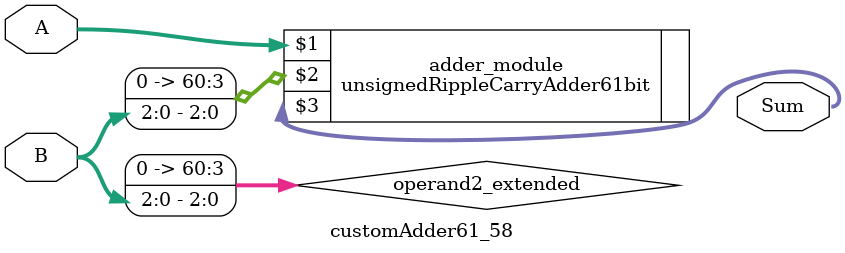
<source format=v>
module customAdder61_58(
                        input [60 : 0] A,
                        input [2 : 0] B,
                        
                        output [61 : 0] Sum
                );

        wire [60 : 0] operand2_extended;
        
        assign operand2_extended =  {58'b0, B};
        
        unsignedRippleCarryAdder61bit adder_module(
            A,
            operand2_extended,
            Sum
        );
        
        endmodule
        
</source>
